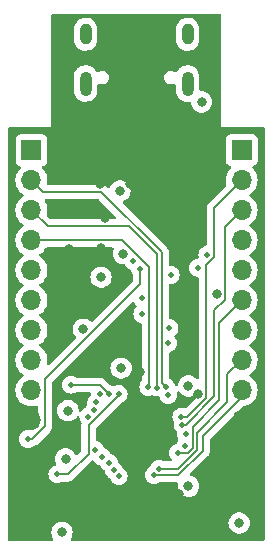
<source format=gbr>
%TF.GenerationSoftware,KiCad,Pcbnew,7.0.2*%
%TF.CreationDate,2023-06-27T14:13:01-07:00*%
%TF.ProjectId,iCEGenius,69434547-656e-4697-9573-2e6b69636164,rev?*%
%TF.SameCoordinates,Original*%
%TF.FileFunction,Copper,L6,Bot*%
%TF.FilePolarity,Positive*%
%FSLAX46Y46*%
G04 Gerber Fmt 4.6, Leading zero omitted, Abs format (unit mm)*
G04 Created by KiCad (PCBNEW 7.0.2) date 2023-06-27 14:13:01*
%MOMM*%
%LPD*%
G01*
G04 APERTURE LIST*
%TA.AperFunction,ComponentPad*%
%ADD10R,1.700000X1.700000*%
%TD*%
%TA.AperFunction,ComponentPad*%
%ADD11O,1.700000X1.700000*%
%TD*%
%TA.AperFunction,ComponentPad*%
%ADD12O,1.000000X2.100000*%
%TD*%
%TA.AperFunction,ComponentPad*%
%ADD13O,1.000000X1.800000*%
%TD*%
%TA.AperFunction,ViaPad*%
%ADD14C,0.800000*%
%TD*%
%TA.AperFunction,ViaPad*%
%ADD15C,0.500000*%
%TD*%
%TA.AperFunction,Conductor*%
%ADD16C,0.200000*%
%TD*%
G04 APERTURE END LIST*
D10*
%TO.P,J3,1,Pin_1*%
%TO.N,+3V3*%
X164915000Y-88530000D03*
D11*
%TO.P,J3,2,Pin_2*%
%TO.N,IOL_2A*%
X164915000Y-91070000D03*
%TO.P,J3,3,Pin_3*%
%TO.N,IOL_2B*%
X164915000Y-93610000D03*
%TO.P,J3,4,Pin_4*%
%TO.N,IOT_52*%
X164915000Y-96150000D03*
%TO.P,J3,5,Pin_5*%
%TO.N,IOT_53*%
X164915000Y-98690000D03*
%TO.P,J3,6,Pin_6*%
%TO.N,IOT_50_GBIN1*%
X164915000Y-101230000D03*
%TO.P,J3,7,Pin_7*%
%TO.N,IOL_4A*%
X164915000Y-103770000D03*
%TO.P,J3,8,Pin_8*%
%TO.N,IOT_47*%
X164915000Y-106310000D03*
%TO.P,J3,9,Pin_9*%
%TO.N,IOT_45*%
X164915000Y-108850000D03*
%TO.P,J3,10,Pin_10*%
%TO.N,GND*%
X164915000Y-111390000D03*
%TD*%
D10*
%TO.P,J2,1,Pin_1*%
%TO.N,+3V3*%
X147115000Y-88550000D03*
D11*
%TO.P,J2,2,Pin_2*%
%TO.N,IOL_4B_GBIN7*%
X147115000Y-91090000D03*
%TO.P,J2,3,Pin_3*%
%TO.N,IOL_5B*%
X147115000Y-93630000D03*
%TO.P,J2,4,Pin_4*%
%TO.N,IOL_5A_GBIN6*%
X147115000Y-96170000D03*
%TO.P,J2,5,Pin_5*%
%TO.N,IOR_34*%
X147115000Y-98710000D03*
%TO.P,J2,6,Pin_6*%
%TO.N,IOR_35_GBIN3*%
X147115000Y-101250000D03*
%TO.P,J2,7,Pin_7*%
%TO.N,IOR_36_GBIN2*%
X147115000Y-103790000D03*
%TO.P,J2,8,Pin_8*%
%TO.N,IOR_38*%
X147115000Y-106330000D03*
%TO.P,J2,9,Pin_9*%
%TO.N,IOR_39*%
X147115000Y-108870000D03*
%TO.P,J2,10,Pin_10*%
%TO.N,GND*%
X147115000Y-111410000D03*
%TD*%
D12*
%TO.P,J1,S1,SHIELD*%
%TO.N,unconnected-(J1-SHIELD-PadS1)*%
X160330000Y-82900000D03*
D13*
X160330000Y-78720000D03*
D12*
X151690000Y-82900000D03*
D13*
X151690000Y-78720000D03*
%TD*%
D14*
%TO.N,+5V*%
X154600000Y-92000000D03*
X154900000Y-97300000D03*
X161520000Y-84455000D03*
%TO.N,GND*%
X163600000Y-119500000D03*
X151900000Y-84900000D03*
X151400000Y-97899999D03*
X151400000Y-99900000D03*
X156500000Y-119900000D03*
X164700000Y-113600000D03*
X153000000Y-96869500D03*
X155800000Y-78800000D03*
X159400000Y-91200000D03*
X152900000Y-91400000D03*
X157800001Y-78800000D03*
X150100000Y-88800000D03*
X158600000Y-95900000D03*
X150300000Y-96900000D03*
X153799999Y-78800000D03*
D15*
X161700000Y-93000000D03*
D14*
X151400000Y-101900001D03*
X153300000Y-94300000D03*
X161200000Y-109200000D03*
X156300000Y-107300000D03*
X153200000Y-106900000D03*
D15*
X149700000Y-112600000D03*
D14*
X156550000Y-118650000D03*
X149700000Y-80500000D03*
X150100000Y-84800000D03*
X150000000Y-102400000D03*
X151900000Y-87400000D03*
X149700000Y-78500000D03*
X160600000Y-88400000D03*
X155431635Y-91368365D03*
X146800000Y-119800000D03*
X162200000Y-79400000D03*
D15*
X152200000Y-115700000D03*
X154800000Y-104900000D03*
D14*
X154800000Y-119100000D03*
X149700000Y-82500000D03*
X159641121Y-117650468D03*
X150100000Y-86800000D03*
X153800000Y-119900000D03*
X156000000Y-112438990D03*
X163000000Y-87300000D03*
X157300000Y-87100000D03*
X159600000Y-84800000D03*
%TO.N,+3V3*%
X160400000Y-108500000D03*
X164700000Y-120100000D03*
X150000000Y-114700000D03*
X154700000Y-107000000D03*
X151500000Y-103700000D03*
X153000000Y-99300000D03*
X160400000Y-117000000D03*
X149700000Y-120900000D03*
X150200000Y-110600000D03*
X162800500Y-100700000D03*
D15*
%TO.N,SS*%
X152397937Y-110576525D03*
X156500000Y-101100000D03*
X155700000Y-97900000D03*
%TO.N,CRESET_B_CTL*%
X146800000Y-113000000D03*
X156300000Y-98600000D03*
%TO.N,IOL_4B_GBIN7*%
X158533627Y-108620571D03*
%TO.N,IOL_5A_GBIN6*%
X157003934Y-108596040D03*
%TO.N,IOT_50_GBIN1*%
X159500000Y-114149500D03*
%TO.N,SDO*%
X158900000Y-99100000D03*
X156500000Y-102400000D03*
X152900497Y-109200000D03*
%TO.N,IOR_36_GBIN2*%
X153700000Y-115000000D03*
%TO.N,IOR_35_GBIN3*%
X153100000Y-114500000D03*
%TO.N,IOL_2A*%
X159800000Y-111100000D03*
%TO.N,IOL_2B*%
X159900000Y-111800000D03*
%TO.N,IOR_34*%
X152500000Y-113900000D03*
%TO.N,IOR_38*%
X154059891Y-115599818D03*
%TO.N,IOR_39*%
X154496826Y-116146070D03*
%TO.N,IOT_45*%
X157480298Y-116059602D03*
%TO.N,IOT_47*%
X157900000Y-115500000D03*
%TO.N,IOT_52*%
X160200000Y-112600000D03*
%TO.N,IOT_53*%
X160100000Y-113600000D03*
%TO.N,IOL_4A*%
X158700000Y-109300000D03*
%TO.N,IOL_5B*%
X157738543Y-108638543D03*
%TO.N,CRESET_B*%
X149300000Y-116000000D03*
X154500000Y-109200000D03*
%TO.N,SCK*%
X161200000Y-98500000D03*
X151928121Y-111094768D03*
X158800000Y-103600000D03*
%TO.N,SDI*%
X152600000Y-109900000D03*
X158700000Y-104900000D03*
X162000000Y-97400000D03*
%TO.N,Net-(D5-A)*%
X153638804Y-109160489D03*
X150450500Y-108400000D03*
%TD*%
D16*
%TO.N,CRESET_B_CTL*%
X148265000Y-111935000D02*
X147200000Y-113000000D01*
X147200000Y-113000000D02*
X146800000Y-113000000D01*
X156300000Y-99889950D02*
X148265000Y-107924950D01*
X156300000Y-98600000D02*
X156300000Y-99889950D01*
X148265000Y-107924950D02*
X148265000Y-111935000D01*
%TO.N,IOL_4B_GBIN7*%
X153043504Y-92100000D02*
X148125000Y-92100000D01*
X158138543Y-97195039D02*
X153043504Y-92100000D01*
X158138543Y-108225487D02*
X158138543Y-97195039D01*
X158533627Y-108620571D02*
X158138543Y-108225487D01*
X148125000Y-92100000D02*
X147115000Y-91090000D01*
%TO.N,IOL_5A_GBIN6*%
X154770000Y-96170000D02*
X147115000Y-96170000D01*
X157050000Y-98450000D02*
X154770000Y-96170000D01*
X157003934Y-108596040D02*
X157050000Y-108549974D01*
X157050000Y-108549974D02*
X157050000Y-98450000D01*
%TO.N,IOT_50_GBIN1*%
X160328318Y-114149500D02*
X159500000Y-114149500D01*
X164915000Y-101230000D02*
X163000000Y-103145000D01*
X163000000Y-109700000D02*
X160750000Y-111950000D01*
X163000000Y-103145000D02*
X163000000Y-109700000D01*
X160750000Y-111950000D02*
X160750000Y-113727818D01*
X160750000Y-113727818D02*
X160328318Y-114149500D01*
%TO.N,IOL_2A*%
X161900000Y-109489950D02*
X161900000Y-98277818D01*
X161900000Y-98277818D02*
X162550000Y-97627818D01*
X160289950Y-111100000D02*
X161900000Y-109489950D01*
X159800000Y-111100000D02*
X160289950Y-111100000D01*
X162550000Y-97627818D02*
X162550000Y-93435000D01*
X162550000Y-93435000D02*
X164915000Y-91070000D01*
%TO.N,IOL_2B*%
X159900000Y-111800000D02*
X160155636Y-111800000D01*
X163500000Y-101200000D02*
X163500000Y-95025000D01*
X162600000Y-109355636D02*
X162600000Y-102100000D01*
X162600000Y-102100000D02*
X163500000Y-101200000D01*
X163500000Y-95025000D02*
X164915000Y-93610000D01*
X160155636Y-111800000D02*
X162600000Y-109355636D01*
%TO.N,IOT_45*%
X159559189Y-116050000D02*
X161600000Y-114009189D01*
X164915000Y-109467843D02*
X164915000Y-108850000D01*
X157480298Y-116059602D02*
X157489900Y-116050000D01*
X157489900Y-116050000D02*
X159559189Y-116050000D01*
X161600000Y-114009189D02*
X161600000Y-112782843D01*
X161600000Y-112782843D02*
X164915000Y-109467843D01*
%TO.N,IOT_47*%
X161150000Y-112450000D02*
X163700000Y-109900000D01*
X157900000Y-115500000D02*
X159543504Y-115500000D01*
X163700000Y-107525000D02*
X164915000Y-106310000D01*
X161150000Y-113893504D02*
X161150000Y-112450000D01*
X163700000Y-109900000D02*
X163700000Y-107525000D01*
X159543504Y-115500000D02*
X161150000Y-113893504D01*
%TO.N,IOL_5B*%
X148485000Y-95000000D02*
X147115000Y-93630000D01*
X157738543Y-108638543D02*
X157738543Y-97360725D01*
X155377818Y-95000000D02*
X148485000Y-95000000D01*
X157738543Y-97360725D02*
X155377818Y-95000000D01*
%TO.N,CRESET_B*%
X150200000Y-116000000D02*
X151950000Y-114250000D01*
X151950000Y-114250000D02*
X151950000Y-111850000D01*
X154500000Y-109300000D02*
X154500000Y-109200000D01*
X151950000Y-111850000D02*
X154500000Y-109300000D01*
X149300000Y-116000000D02*
X150200000Y-116000000D01*
%TO.N,Net-(D5-A)*%
X153638804Y-109160489D02*
X152878315Y-108400000D01*
X152878315Y-108400000D02*
X150450500Y-108400000D01*
%TD*%
%TA.AperFunction,Conductor*%
%TO.N,GND*%
G36*
X154021571Y-96790185D02*
G01*
X154067326Y-96842989D01*
X154077270Y-96912147D01*
X154072463Y-96932818D01*
X154014326Y-97111742D01*
X153994540Y-97300000D01*
X154014326Y-97488257D01*
X154072820Y-97668284D01*
X154167466Y-97832216D01*
X154294129Y-97972889D01*
X154447269Y-98084151D01*
X154620197Y-98161144D01*
X154805352Y-98200500D01*
X154933928Y-98200500D01*
X155000967Y-98220185D01*
X155038918Y-98258524D01*
X155109523Y-98370890D01*
X155229110Y-98490477D01*
X155372310Y-98580456D01*
X155475995Y-98616736D01*
X155532770Y-98657458D01*
X155558259Y-98719893D01*
X155563686Y-98768055D01*
X155563686Y-98768057D01*
X155563687Y-98768059D01*
X155619544Y-98927690D01*
X155680494Y-99024690D01*
X155699500Y-99090662D01*
X155699500Y-99589852D01*
X155679815Y-99656891D01*
X155663181Y-99677533D01*
X152296689Y-103044024D01*
X152235366Y-103077509D01*
X152165674Y-103072525D01*
X152116858Y-103039314D01*
X152105871Y-103027112D01*
X152105870Y-103027111D01*
X152105868Y-103027109D01*
X151952730Y-102915848D01*
X151779802Y-102838855D01*
X151594648Y-102799500D01*
X151594646Y-102799500D01*
X151405354Y-102799500D01*
X151405352Y-102799500D01*
X151220197Y-102838855D01*
X151047269Y-102915848D01*
X150894129Y-103027110D01*
X150767466Y-103167783D01*
X150672820Y-103331715D01*
X150614326Y-103511742D01*
X150594540Y-103700000D01*
X150614326Y-103888257D01*
X150672820Y-104068284D01*
X150767466Y-104232216D01*
X150850308Y-104324221D01*
X150880538Y-104387212D01*
X150871913Y-104456548D01*
X150845839Y-104494874D01*
X148658246Y-106682467D01*
X148596923Y-106715952D01*
X148527231Y-106710968D01*
X148471298Y-106669096D01*
X148446881Y-106603632D01*
X148449497Y-106576248D01*
X148449118Y-106576215D01*
X148470659Y-106329999D01*
X148450063Y-106094592D01*
X148424141Y-105997848D01*
X148388903Y-105866337D01*
X148289035Y-105652171D01*
X148153495Y-105458599D01*
X147986401Y-105291505D01*
X147800839Y-105161573D01*
X147757216Y-105106998D01*
X147750022Y-105037500D01*
X147781545Y-104975145D01*
X147800837Y-104958428D01*
X147986401Y-104828495D01*
X148153495Y-104661401D01*
X148289035Y-104467830D01*
X148388903Y-104253663D01*
X148450063Y-104025408D01*
X148470659Y-103790000D01*
X148450063Y-103554592D01*
X148388903Y-103326337D01*
X148289035Y-103112171D01*
X148153495Y-102918599D01*
X147986401Y-102751505D01*
X147800839Y-102621573D01*
X147757217Y-102566998D01*
X147750024Y-102497499D01*
X147781546Y-102435145D01*
X147800837Y-102418428D01*
X147986401Y-102288495D01*
X148153495Y-102121401D01*
X148289035Y-101927830D01*
X148388903Y-101713663D01*
X148450063Y-101485408D01*
X148470659Y-101250000D01*
X148450063Y-101014592D01*
X148388903Y-100786337D01*
X148289035Y-100572171D01*
X148153495Y-100378599D01*
X147986401Y-100211505D01*
X147800839Y-100081573D01*
X147757216Y-100026998D01*
X147750022Y-99957500D01*
X147781545Y-99895145D01*
X147800837Y-99878428D01*
X147986401Y-99748495D01*
X148153495Y-99581401D01*
X148289035Y-99387830D01*
X148329991Y-99300000D01*
X152094540Y-99300000D01*
X152114326Y-99488257D01*
X152172820Y-99668284D01*
X152267466Y-99832216D01*
X152394129Y-99972889D01*
X152547269Y-100084151D01*
X152720197Y-100161144D01*
X152905352Y-100200500D01*
X152905354Y-100200500D01*
X153094648Y-100200500D01*
X153218084Y-100174262D01*
X153279803Y-100161144D01*
X153452730Y-100084151D01*
X153531395Y-100026998D01*
X153605870Y-99972889D01*
X153732533Y-99832216D01*
X153827179Y-99668284D01*
X153858824Y-99570890D01*
X153885674Y-99488256D01*
X153905460Y-99300000D01*
X153885674Y-99111744D01*
X153839908Y-98970891D01*
X153827179Y-98931715D01*
X153732533Y-98767783D01*
X153605870Y-98627110D01*
X153452730Y-98515848D01*
X153279802Y-98438855D01*
X153094648Y-98399500D01*
X153094646Y-98399500D01*
X152905354Y-98399500D01*
X152905352Y-98399500D01*
X152720197Y-98438855D01*
X152547269Y-98515848D01*
X152394129Y-98627110D01*
X152267466Y-98767783D01*
X152172820Y-98931715D01*
X152114326Y-99111742D01*
X152094540Y-99300000D01*
X148329991Y-99300000D01*
X148388903Y-99173663D01*
X148450063Y-98945408D01*
X148470659Y-98710000D01*
X148450063Y-98474592D01*
X148388903Y-98246337D01*
X148289035Y-98032171D01*
X148153495Y-97838599D01*
X147986401Y-97671505D01*
X147800839Y-97541573D01*
X147757216Y-97486998D01*
X147750022Y-97417500D01*
X147781545Y-97355145D01*
X147800837Y-97338428D01*
X147986401Y-97208495D01*
X148153495Y-97041401D01*
X148289035Y-96847830D01*
X148291709Y-96842094D01*
X148337881Y-96789656D01*
X148404091Y-96770500D01*
X153954532Y-96770500D01*
X154021571Y-96790185D01*
G37*
%TD.AperFunction*%
%TA.AperFunction,Conductor*%
G36*
X152810446Y-92720185D02*
G01*
X152831088Y-92736819D01*
X154282088Y-94187819D01*
X154315573Y-94249142D01*
X154310589Y-94318834D01*
X154268717Y-94374767D01*
X154203253Y-94399184D01*
X154194407Y-94399500D01*
X148785097Y-94399500D01*
X148718058Y-94379815D01*
X148697416Y-94363181D01*
X148447766Y-94113531D01*
X148414281Y-94052208D01*
X148415672Y-93993756D01*
X148421031Y-93973756D01*
X148450063Y-93865408D01*
X148470659Y-93630000D01*
X148464753Y-93562501D01*
X148450063Y-93394592D01*
X148400674Y-93210268D01*
X148388903Y-93166337D01*
X148289035Y-92952171D01*
X148249440Y-92895623D01*
X148227113Y-92829417D01*
X148244123Y-92761650D01*
X148295071Y-92713837D01*
X148351015Y-92700500D01*
X152743407Y-92700500D01*
X152810446Y-92720185D01*
G37*
%TD.AperFunction*%
%TA.AperFunction,Conductor*%
G36*
X163142539Y-77020185D02*
G01*
X163188294Y-77072989D01*
X163199500Y-77124500D01*
X163199500Y-86575467D01*
X163199416Y-86575889D01*
X163199459Y-86600000D01*
X163199501Y-86600101D01*
X163199616Y-86600382D01*
X163199618Y-86600384D01*
X163199808Y-86600462D01*
X163200000Y-86600541D01*
X163200002Y-86600539D01*
X163224616Y-86600524D01*
X163224616Y-86600528D01*
X163224760Y-86600500D01*
X166775500Y-86600500D01*
X166842539Y-86620185D01*
X166888294Y-86672989D01*
X166899500Y-86724500D01*
X166899500Y-121475500D01*
X166879815Y-121542539D01*
X166827011Y-121588294D01*
X166775500Y-121599500D01*
X150550726Y-121599500D01*
X150483687Y-121579815D01*
X150437932Y-121527011D01*
X150427988Y-121457853D01*
X150443339Y-121413500D01*
X150527179Y-121268284D01*
X150585674Y-121088256D01*
X150605460Y-120900000D01*
X150585674Y-120711744D01*
X150527179Y-120531716D01*
X150527179Y-120531715D01*
X150432533Y-120367783D01*
X150305870Y-120227110D01*
X150152730Y-120115848D01*
X150117135Y-120100000D01*
X163794540Y-120100000D01*
X163814326Y-120288257D01*
X163872820Y-120468284D01*
X163967466Y-120632216D01*
X164094129Y-120772889D01*
X164247269Y-120884151D01*
X164420197Y-120961144D01*
X164605352Y-121000500D01*
X164605354Y-121000500D01*
X164794648Y-121000500D01*
X164918083Y-120974262D01*
X164979803Y-120961144D01*
X165152730Y-120884151D01*
X165305871Y-120772888D01*
X165432533Y-120632216D01*
X165527179Y-120468284D01*
X165585674Y-120288256D01*
X165605460Y-120100000D01*
X165585674Y-119911744D01*
X165527179Y-119731716D01*
X165527179Y-119731715D01*
X165432533Y-119567783D01*
X165305870Y-119427110D01*
X165152730Y-119315848D01*
X164979802Y-119238855D01*
X164794648Y-119199500D01*
X164794646Y-119199500D01*
X164605354Y-119199500D01*
X164605352Y-119199500D01*
X164420197Y-119238855D01*
X164247269Y-119315848D01*
X164094129Y-119427110D01*
X163967466Y-119567783D01*
X163872820Y-119731715D01*
X163814326Y-119911742D01*
X163794540Y-120100000D01*
X150117135Y-120100000D01*
X149979802Y-120038855D01*
X149794648Y-119999500D01*
X149794646Y-119999500D01*
X149605354Y-119999500D01*
X149605352Y-119999500D01*
X149420197Y-120038855D01*
X149247269Y-120115848D01*
X149094129Y-120227110D01*
X148967466Y-120367783D01*
X148872820Y-120531715D01*
X148814326Y-120711742D01*
X148794540Y-120900000D01*
X148814326Y-121088257D01*
X148872820Y-121268284D01*
X148956661Y-121413500D01*
X148973134Y-121481400D01*
X148950281Y-121547427D01*
X148895360Y-121590618D01*
X148849274Y-121599500D01*
X145224500Y-121599500D01*
X145157461Y-121579815D01*
X145111706Y-121527011D01*
X145100500Y-121475500D01*
X145100500Y-115999999D01*
X148544750Y-115999999D01*
X148563686Y-116168056D01*
X148563686Y-116168058D01*
X148563687Y-116168059D01*
X148619544Y-116327690D01*
X148709523Y-116470890D01*
X148829110Y-116590477D01*
X148972310Y-116680456D01*
X149131941Y-116736313D01*
X149300000Y-116755249D01*
X149468059Y-116736313D01*
X149627690Y-116680456D01*
X149724691Y-116619505D01*
X149790663Y-116600500D01*
X150152513Y-116600500D01*
X150168697Y-116601560D01*
X150200000Y-116605682D01*
X150356762Y-116585044D01*
X150502841Y-116524536D01*
X150628282Y-116428282D01*
X150647509Y-116403223D01*
X150658190Y-116391043D01*
X152233193Y-114816040D01*
X152294514Y-114782557D01*
X152364206Y-114787541D01*
X152420139Y-114829413D01*
X152425865Y-114837751D01*
X152509522Y-114970889D01*
X152509523Y-114970890D01*
X152629110Y-115090477D01*
X152772310Y-115180456D01*
X152931941Y-115236313D01*
X152931945Y-115236313D01*
X152938966Y-115238770D01*
X152995742Y-115279492D01*
X153015053Y-115314857D01*
X153019542Y-115327687D01*
X153019544Y-115327690D01*
X153109523Y-115470890D01*
X153194226Y-115555593D01*
X153229110Y-115590477D01*
X153258702Y-115609071D01*
X153304993Y-115661405D01*
X153315950Y-115700181D01*
X153323577Y-115767874D01*
X153323577Y-115767876D01*
X153323578Y-115767877D01*
X153379435Y-115927508D01*
X153469414Y-116070708D01*
X153589001Y-116190295D01*
X153629668Y-116215848D01*
X153716569Y-116270452D01*
X153762859Y-116322786D01*
X153767635Y-116334482D01*
X153816370Y-116473760D01*
X153906349Y-116616960D01*
X154025936Y-116736547D01*
X154169136Y-116826526D01*
X154328767Y-116882383D01*
X154496826Y-116901319D01*
X154664885Y-116882383D01*
X154824516Y-116826526D01*
X154967716Y-116736547D01*
X155087303Y-116616960D01*
X155177282Y-116473760D01*
X155233139Y-116314129D01*
X155252075Y-116146070D01*
X155233139Y-115978011D01*
X155177282Y-115818380D01*
X155087303Y-115675180D01*
X154967716Y-115555593D01*
X154840146Y-115475435D01*
X154793857Y-115423102D01*
X154789085Y-115411415D01*
X154740347Y-115272128D01*
X154650368Y-115128928D01*
X154530781Y-115009341D01*
X154530780Y-115009340D01*
X154501186Y-114990744D01*
X154454896Y-114938409D01*
X154443940Y-114899635D01*
X154441138Y-114874767D01*
X154436313Y-114831941D01*
X154380456Y-114672310D01*
X154290477Y-114529110D01*
X154170890Y-114409523D01*
X154027690Y-114319544D01*
X154027687Y-114319542D01*
X153861032Y-114261227D01*
X153804256Y-114220506D01*
X153784945Y-114185140D01*
X153780456Y-114172310D01*
X153690477Y-114029110D01*
X153570890Y-113909523D01*
X153427690Y-113819544D01*
X153300904Y-113775180D01*
X153244130Y-113734459D01*
X153224819Y-113699094D01*
X153180456Y-113572310D01*
X153090477Y-113429110D01*
X152970890Y-113309523D01*
X152827690Y-113219544D01*
X152668059Y-113163687D01*
X152668058Y-113163686D01*
X152668056Y-113163686D01*
X152660616Y-113162848D01*
X152596202Y-113135781D01*
X152556647Y-113078186D01*
X152550500Y-113039628D01*
X152550500Y-112150096D01*
X152570185Y-112083057D01*
X152586819Y-112062415D01*
X153606532Y-111042702D01*
X154717057Y-109932176D01*
X154763780Y-109902818D01*
X154827690Y-109880456D01*
X154970890Y-109790477D01*
X155090477Y-109670890D01*
X155180456Y-109527690D01*
X155236313Y-109368059D01*
X155255249Y-109200000D01*
X155251847Y-109169811D01*
X155238369Y-109050191D01*
X155236313Y-109031941D01*
X155180456Y-108872310D01*
X155090477Y-108729110D01*
X154970890Y-108609523D01*
X154827690Y-108519544D01*
X154668059Y-108463687D01*
X154668058Y-108463686D01*
X154668056Y-108463686D01*
X154500000Y-108444750D01*
X154331943Y-108463686D01*
X154172308Y-108519544D01*
X154166811Y-108522999D01*
X154099574Y-108541997D01*
X154034870Y-108522997D01*
X154021462Y-108514572D01*
X153966494Y-108480033D01*
X153806863Y-108424176D01*
X153806862Y-108424175D01*
X153806860Y-108424175D01*
X153787839Y-108422032D01*
X153723426Y-108394965D01*
X153714043Y-108386493D01*
X153336514Y-108008964D01*
X153325818Y-107996768D01*
X153306596Y-107971716D01*
X153181155Y-107875463D01*
X153035077Y-107814956D01*
X152917676Y-107799500D01*
X152878315Y-107794317D01*
X152850478Y-107797982D01*
X152847012Y-107798439D01*
X152830828Y-107799500D01*
X150941163Y-107799500D01*
X150875191Y-107780494D01*
X150778190Y-107719544D01*
X150618556Y-107663686D01*
X150450499Y-107644750D01*
X150282443Y-107663686D01*
X150122810Y-107719544D01*
X149979608Y-107809524D01*
X149860024Y-107929108D01*
X149770044Y-108072310D01*
X149714186Y-108231943D01*
X149695250Y-108400000D01*
X149714186Y-108568056D01*
X149714186Y-108568058D01*
X149714187Y-108568059D01*
X149770044Y-108727690D01*
X149860023Y-108870890D01*
X149979610Y-108990477D01*
X150122810Y-109080456D01*
X150282441Y-109136313D01*
X150450500Y-109155249D01*
X150618559Y-109136313D01*
X150778190Y-109080456D01*
X150875191Y-109019505D01*
X150941163Y-109000500D01*
X152028970Y-109000500D01*
X152096009Y-109020185D01*
X152141764Y-109072989D01*
X152152190Y-109138384D01*
X152145247Y-109199999D01*
X152148018Y-109224588D01*
X152135964Y-109293410D01*
X152112480Y-109326153D01*
X152009523Y-109429110D01*
X151919544Y-109572310D01*
X151863686Y-109731943D01*
X151844750Y-109900000D01*
X151855111Y-109991957D01*
X151843056Y-110060779D01*
X151819574Y-110093519D01*
X151807461Y-110105631D01*
X151717480Y-110248836D01*
X151687552Y-110334364D01*
X151646830Y-110391139D01*
X151611470Y-110410448D01*
X151600431Y-110414310D01*
X151457230Y-110504291D01*
X151337644Y-110623877D01*
X151331705Y-110633330D01*
X151279370Y-110679621D01*
X151210317Y-110690268D01*
X151146469Y-110661893D01*
X151108097Y-110603503D01*
X151103391Y-110580318D01*
X151085674Y-110411744D01*
X151032742Y-110248836D01*
X151027179Y-110231715D01*
X150932533Y-110067783D01*
X150805870Y-109927110D01*
X150652730Y-109815848D01*
X150479802Y-109738855D01*
X150294648Y-109699500D01*
X150294646Y-109699500D01*
X150105354Y-109699500D01*
X150105352Y-109699500D01*
X149920197Y-109738855D01*
X149747269Y-109815848D01*
X149594129Y-109927110D01*
X149467466Y-110067783D01*
X149372820Y-110231715D01*
X149314326Y-110411742D01*
X149294540Y-110599999D01*
X149314326Y-110788257D01*
X149372820Y-110968284D01*
X149467466Y-111132216D01*
X149594129Y-111272889D01*
X149747269Y-111384151D01*
X149920197Y-111461144D01*
X150105352Y-111500500D01*
X150105354Y-111500500D01*
X150294648Y-111500500D01*
X150418083Y-111474262D01*
X150479803Y-111461144D01*
X150652730Y-111384151D01*
X150805871Y-111272888D01*
X150932533Y-111132216D01*
X150948742Y-111104140D01*
X150999308Y-111055926D01*
X151067914Y-111042702D01*
X151132779Y-111068669D01*
X151173309Y-111125583D01*
X151179349Y-111152257D01*
X151191807Y-111262824D01*
X151191807Y-111262826D01*
X151191808Y-111262827D01*
X151247665Y-111422458D01*
X151337644Y-111565658D01*
X151337645Y-111565659D01*
X151345078Y-111577488D01*
X151343708Y-111578348D01*
X151369222Y-111625074D01*
X151365519Y-111676846D01*
X151367087Y-111677053D01*
X151344317Y-111849999D01*
X151348439Y-111881301D01*
X151349500Y-111897487D01*
X151349500Y-113949902D01*
X151329815Y-114016941D01*
X151313181Y-114037583D01*
X151011676Y-114339087D01*
X150950353Y-114372572D01*
X150880661Y-114367588D01*
X150824728Y-114325716D01*
X150816608Y-114313406D01*
X150732533Y-114167783D01*
X150605870Y-114027110D01*
X150452730Y-113915848D01*
X150279802Y-113838855D01*
X150094648Y-113799500D01*
X150094646Y-113799500D01*
X149905354Y-113799500D01*
X149905352Y-113799500D01*
X149720197Y-113838855D01*
X149547269Y-113915848D01*
X149394129Y-114027110D01*
X149267466Y-114167783D01*
X149172820Y-114331715D01*
X149114326Y-114511742D01*
X149094540Y-114700000D01*
X149114326Y-114888257D01*
X149172821Y-115068286D01*
X149184974Y-115089336D01*
X149201445Y-115157236D01*
X149178592Y-115223263D01*
X149123670Y-115266452D01*
X149118541Y-115268375D01*
X148972312Y-115319542D01*
X148829108Y-115409524D01*
X148709524Y-115529108D01*
X148619544Y-115672310D01*
X148563686Y-115831943D01*
X148544750Y-115999999D01*
X145100500Y-115999999D01*
X145100500Y-108870000D01*
X145759340Y-108870000D01*
X145779936Y-109105407D01*
X145811871Y-109224588D01*
X145841097Y-109333663D01*
X145940965Y-109547830D01*
X146076505Y-109741401D01*
X146243599Y-109908495D01*
X146437170Y-110044035D01*
X146651337Y-110143903D01*
X146873960Y-110203554D01*
X146879592Y-110205063D01*
X147114999Y-110225659D01*
X147114999Y-110225658D01*
X147115000Y-110225659D01*
X147350408Y-110205063D01*
X147502200Y-110164391D01*
X147508407Y-110162728D01*
X147578257Y-110164391D01*
X147636119Y-110203554D01*
X147663623Y-110267782D01*
X147664500Y-110282503D01*
X147664500Y-111634902D01*
X147644815Y-111701941D01*
X147628181Y-111722583D01*
X147111319Y-112239444D01*
X147049996Y-112272929D01*
X146982683Y-112268804D01*
X146968058Y-112263686D01*
X146800000Y-112244750D01*
X146631943Y-112263686D01*
X146472310Y-112319544D01*
X146329108Y-112409524D01*
X146209524Y-112529108D01*
X146119544Y-112672310D01*
X146063686Y-112831943D01*
X146044750Y-112999999D01*
X146063686Y-113168056D01*
X146063686Y-113168058D01*
X146063687Y-113168059D01*
X146119544Y-113327690D01*
X146209523Y-113470890D01*
X146329110Y-113590477D01*
X146472310Y-113680456D01*
X146631941Y-113736313D01*
X146800000Y-113755249D01*
X146968059Y-113736313D01*
X147127690Y-113680456D01*
X147236138Y-113612312D01*
X147285916Y-113594370D01*
X147356762Y-113585044D01*
X147502841Y-113524536D01*
X147521671Y-113510086D01*
X147536121Y-113499000D01*
X147576134Y-113468295D01*
X147628282Y-113428282D01*
X147647509Y-113403223D01*
X147658190Y-113391043D01*
X148656044Y-112393190D01*
X148668234Y-112382501D01*
X148693282Y-112363282D01*
X148726844Y-112319544D01*
X148789536Y-112237841D01*
X148850044Y-112091762D01*
X148870682Y-111935000D01*
X148866561Y-111903696D01*
X148865500Y-111887511D01*
X148865500Y-108225046D01*
X148885185Y-108158007D01*
X148901814Y-108137370D01*
X150039185Y-106999999D01*
X153794540Y-106999999D01*
X153814326Y-107188257D01*
X153872820Y-107368284D01*
X153967466Y-107532216D01*
X154094129Y-107672889D01*
X154247269Y-107784151D01*
X154420197Y-107861144D01*
X154605352Y-107900500D01*
X154605354Y-107900500D01*
X154794648Y-107900500D01*
X154918084Y-107874262D01*
X154979803Y-107861144D01*
X155152730Y-107784151D01*
X155246740Y-107715849D01*
X155305870Y-107672889D01*
X155314157Y-107663686D01*
X155432533Y-107532216D01*
X155527179Y-107368284D01*
X155585674Y-107188256D01*
X155605460Y-107000000D01*
X155585674Y-106811744D01*
X155527179Y-106631716D01*
X155527179Y-106631715D01*
X155432533Y-106467783D01*
X155305870Y-106327110D01*
X155152730Y-106215848D01*
X154979802Y-106138855D01*
X154794648Y-106099500D01*
X154794646Y-106099500D01*
X154605354Y-106099500D01*
X154605352Y-106099500D01*
X154420197Y-106138855D01*
X154247269Y-106215848D01*
X154094129Y-106327110D01*
X153967466Y-106467783D01*
X153872820Y-106631715D01*
X153814326Y-106811742D01*
X153794540Y-106999999D01*
X150039185Y-106999999D01*
X155629315Y-101409868D01*
X155690636Y-101376385D01*
X155760328Y-101381369D01*
X155816261Y-101423241D01*
X155821983Y-101431572D01*
X155855810Y-101485407D01*
X155909524Y-101570891D01*
X156000952Y-101662319D01*
X156034437Y-101723642D01*
X156029453Y-101793334D01*
X156000952Y-101837681D01*
X155909524Y-101929108D01*
X155819544Y-102072310D01*
X155763686Y-102231943D01*
X155744750Y-102400000D01*
X155763686Y-102568056D01*
X155763686Y-102568058D01*
X155763687Y-102568059D01*
X155819544Y-102727690D01*
X155909523Y-102870890D01*
X156029110Y-102990477D01*
X156172310Y-103080456D01*
X156331941Y-103136313D01*
X156339382Y-103137151D01*
X156403794Y-103164214D01*
X156443351Y-103221808D01*
X156449500Y-103260371D01*
X156449500Y-108037744D01*
X156429815Y-108104783D01*
X156413644Y-108124851D01*
X156323478Y-108268349D01*
X156267620Y-108427983D01*
X156248684Y-108596039D01*
X156267620Y-108764096D01*
X156267620Y-108764098D01*
X156267621Y-108764099D01*
X156323478Y-108923730D01*
X156413457Y-109066930D01*
X156533044Y-109186517D01*
X156676244Y-109276496D01*
X156835875Y-109332353D01*
X157003934Y-109351289D01*
X157171993Y-109332353D01*
X157282703Y-109293613D01*
X157352480Y-109290053D01*
X157389628Y-109305662D01*
X157410853Y-109318999D01*
X157570484Y-109374856D01*
X157645204Y-109383275D01*
X157738542Y-109393792D01*
X157738542Y-109393791D01*
X157738543Y-109393792D01*
X157831880Y-109383275D01*
X157900701Y-109395329D01*
X157952081Y-109442677D01*
X157962806Y-109465540D01*
X157963686Y-109468057D01*
X157963687Y-109468059D01*
X158019544Y-109627690D01*
X158109523Y-109770890D01*
X158229110Y-109890477D01*
X158372310Y-109980456D01*
X158531941Y-110036313D01*
X158700000Y-110055249D01*
X158868059Y-110036313D01*
X159027690Y-109980456D01*
X159170890Y-109890477D01*
X159290477Y-109770890D01*
X159380456Y-109627690D01*
X159436313Y-109468059D01*
X159455249Y-109300000D01*
X159454529Y-109293614D01*
X159446752Y-109224588D01*
X159436313Y-109131941D01*
X159428834Y-109110569D01*
X159425272Y-109040794D01*
X159460000Y-108980166D01*
X159521993Y-108947938D01*
X159591569Y-108954342D01*
X159646637Y-108997344D01*
X159653262Y-109007615D01*
X159667464Y-109032214D01*
X159794129Y-109172889D01*
X159947269Y-109284151D01*
X160120197Y-109361144D01*
X160305352Y-109400500D01*
X160305354Y-109400500D01*
X160494648Y-109400500D01*
X160647284Y-109368056D01*
X160679803Y-109361144D01*
X160852730Y-109284151D01*
X161005871Y-109172888D01*
X161083352Y-109086836D01*
X161142835Y-109050191D01*
X161212692Y-109051520D01*
X161270740Y-109090407D01*
X161298550Y-109154503D01*
X161299499Y-109169811D01*
X161299499Y-109189852D01*
X161279814Y-109256891D01*
X161263180Y-109277533D01*
X160177953Y-110362760D01*
X160116630Y-110396245D01*
X160049319Y-110392121D01*
X159968059Y-110363687D01*
X159968055Y-110363686D01*
X159968054Y-110363686D01*
X159800000Y-110344750D01*
X159631943Y-110363686D01*
X159472310Y-110419544D01*
X159329108Y-110509524D01*
X159209524Y-110629108D01*
X159119544Y-110772310D01*
X159063686Y-110931943D01*
X159044750Y-111099999D01*
X159063686Y-111268056D01*
X159063686Y-111268058D01*
X159063687Y-111268059D01*
X159117713Y-111422458D01*
X159119545Y-111427692D01*
X159162032Y-111495311D01*
X159181032Y-111562548D01*
X159174081Y-111602233D01*
X159163686Y-111631941D01*
X159144750Y-111800000D01*
X159163686Y-111968056D01*
X159163686Y-111968058D01*
X159163687Y-111968059D01*
X159219544Y-112127690D01*
X159309523Y-112270890D01*
X159309524Y-112270891D01*
X159422159Y-112383526D01*
X159455644Y-112444849D01*
X159457698Y-112485091D01*
X159444750Y-112600000D01*
X159463686Y-112768056D01*
X159463686Y-112768058D01*
X159463687Y-112768059D01*
X159519544Y-112927690D01*
X159540790Y-112961503D01*
X159559789Y-113028740D01*
X159539420Y-113095575D01*
X159523478Y-113115153D01*
X159509524Y-113129106D01*
X159419542Y-113272312D01*
X159395316Y-113341548D01*
X159354595Y-113398324D01*
X159319231Y-113417634D01*
X159172310Y-113469044D01*
X159172308Y-113469044D01*
X159172308Y-113469045D01*
X159029108Y-113559024D01*
X158909524Y-113678608D01*
X158819544Y-113821810D01*
X158763686Y-113981443D01*
X158744750Y-114149500D01*
X158763686Y-114317556D01*
X158763686Y-114317558D01*
X158763687Y-114317559D01*
X158819544Y-114477190D01*
X158852168Y-114529110D01*
X158909524Y-114620391D01*
X158976952Y-114687819D01*
X159010437Y-114749142D01*
X159005453Y-114818834D01*
X158963581Y-114874767D01*
X158898117Y-114899184D01*
X158889271Y-114899500D01*
X158390663Y-114899500D01*
X158324691Y-114880494D01*
X158227690Y-114819544D01*
X158068056Y-114763686D01*
X157900000Y-114744750D01*
X157731943Y-114763686D01*
X157572310Y-114819544D01*
X157429108Y-114909524D01*
X157309524Y-115029108D01*
X157219542Y-115172312D01*
X157159965Y-115342573D01*
X157119243Y-115399349D01*
X157108897Y-115406611D01*
X157009407Y-115469125D01*
X156889822Y-115588710D01*
X156799842Y-115731912D01*
X156743984Y-115891545D01*
X156725048Y-116059601D01*
X156743984Y-116227658D01*
X156743984Y-116227660D01*
X156743985Y-116227661D01*
X156799842Y-116387292D01*
X156889821Y-116530492D01*
X157009408Y-116650079D01*
X157152608Y-116740058D01*
X157312239Y-116795915D01*
X157424278Y-116808539D01*
X157480297Y-116814851D01*
X157480297Y-116814850D01*
X157480298Y-116814851D01*
X157648357Y-116795915D01*
X157807988Y-116740058D01*
X157920270Y-116669505D01*
X157986242Y-116650500D01*
X159396046Y-116650500D01*
X159463085Y-116670185D01*
X159508840Y-116722989D01*
X159518784Y-116792147D01*
X159514408Y-116810960D01*
X159494540Y-116999999D01*
X159514326Y-117188257D01*
X159572820Y-117368284D01*
X159667466Y-117532216D01*
X159794129Y-117672889D01*
X159947269Y-117784151D01*
X160120197Y-117861144D01*
X160305352Y-117900500D01*
X160305354Y-117900500D01*
X160494648Y-117900500D01*
X160618083Y-117874262D01*
X160679803Y-117861144D01*
X160852730Y-117784151D01*
X161005871Y-117672888D01*
X161132533Y-117532216D01*
X161227179Y-117368284D01*
X161285674Y-117188256D01*
X161305460Y-117000000D01*
X161285674Y-116811744D01*
X161243015Y-116680455D01*
X161227179Y-116631715D01*
X161132533Y-116467783D01*
X161005870Y-116327110D01*
X160852730Y-116215848D01*
X160679802Y-116138855D01*
X160606104Y-116123190D01*
X160544622Y-116089997D01*
X160510846Y-116028834D01*
X160515498Y-115959120D01*
X160544202Y-115914221D01*
X161991043Y-114467379D01*
X162003223Y-114456698D01*
X162028282Y-114437471D01*
X162124536Y-114312030D01*
X162185044Y-114165951D01*
X162197932Y-114068059D01*
X162205682Y-114009189D01*
X162201561Y-113977885D01*
X162200500Y-113961700D01*
X162200500Y-113082939D01*
X162220185Y-113015900D01*
X162236819Y-112995258D01*
X163609740Y-111622337D01*
X165005189Y-110226887D01*
X165066510Y-110193404D01*
X165082054Y-110191043D01*
X165150408Y-110185063D01*
X165378663Y-110123903D01*
X165592830Y-110024035D01*
X165786401Y-109888495D01*
X165953495Y-109721401D01*
X166089035Y-109527830D01*
X166188903Y-109313663D01*
X166250063Y-109085408D01*
X166270659Y-108850000D01*
X166250063Y-108614592D01*
X166188903Y-108386337D01*
X166089035Y-108172171D01*
X165953495Y-107978599D01*
X165786401Y-107811505D01*
X165600839Y-107681573D01*
X165557215Y-107626997D01*
X165550023Y-107557498D01*
X165581545Y-107495144D01*
X165600831Y-107478432D01*
X165786401Y-107348495D01*
X165953495Y-107181401D01*
X166089035Y-106987830D01*
X166188903Y-106773663D01*
X166250063Y-106545408D01*
X166270659Y-106310000D01*
X166255685Y-106138856D01*
X166250063Y-106074592D01*
X166229500Y-105997848D01*
X166188903Y-105846337D01*
X166089035Y-105632171D01*
X165953495Y-105438599D01*
X165786401Y-105271505D01*
X165600839Y-105141573D01*
X165557216Y-105086998D01*
X165550022Y-105017500D01*
X165581545Y-104955145D01*
X165600837Y-104938428D01*
X165786401Y-104808495D01*
X165953495Y-104641401D01*
X166089035Y-104447830D01*
X166188903Y-104233663D01*
X166250063Y-104005408D01*
X166270659Y-103770000D01*
X166250063Y-103534592D01*
X166188903Y-103306337D01*
X166089035Y-103092171D01*
X165953495Y-102898599D01*
X165786401Y-102731505D01*
X165600839Y-102601573D01*
X165557215Y-102546997D01*
X165550023Y-102477498D01*
X165581545Y-102415144D01*
X165600831Y-102398432D01*
X165786401Y-102268495D01*
X165953495Y-102101401D01*
X166089035Y-101907830D01*
X166188903Y-101693663D01*
X166250063Y-101465408D01*
X166270659Y-101230000D01*
X166250063Y-100994592D01*
X166188903Y-100766337D01*
X166089035Y-100552171D01*
X165953495Y-100358599D01*
X165786401Y-100191505D01*
X165600839Y-100061573D01*
X165557217Y-100006998D01*
X165550024Y-99937499D01*
X165581546Y-99875145D01*
X165600837Y-99858428D01*
X165786401Y-99728495D01*
X165953495Y-99561401D01*
X166089035Y-99367830D01*
X166188903Y-99153663D01*
X166250063Y-98925408D01*
X166270659Y-98690000D01*
X166250063Y-98454592D01*
X166188903Y-98226337D01*
X166089035Y-98012171D01*
X165953495Y-97818599D01*
X165786401Y-97651505D01*
X165600839Y-97521573D01*
X165557215Y-97466997D01*
X165550023Y-97397498D01*
X165581545Y-97335144D01*
X165600831Y-97318432D01*
X165786401Y-97188495D01*
X165953495Y-97021401D01*
X166089035Y-96827830D01*
X166188903Y-96613663D01*
X166250063Y-96385408D01*
X166270659Y-96150000D01*
X166250063Y-95914592D01*
X166188903Y-95686337D01*
X166089035Y-95472171D01*
X165953495Y-95278599D01*
X165786401Y-95111505D01*
X165600839Y-94981573D01*
X165557216Y-94926998D01*
X165550022Y-94857500D01*
X165581545Y-94795145D01*
X165600837Y-94778428D01*
X165786401Y-94648495D01*
X165953495Y-94481401D01*
X166089035Y-94287830D01*
X166188903Y-94073663D01*
X166250063Y-93845408D01*
X166270659Y-93610000D01*
X166250063Y-93374592D01*
X166188903Y-93146337D01*
X166089035Y-92932171D01*
X165953495Y-92738599D01*
X165786401Y-92571505D01*
X165600839Y-92441573D01*
X165557215Y-92386997D01*
X165550023Y-92317498D01*
X165581545Y-92255144D01*
X165600831Y-92238432D01*
X165786401Y-92108495D01*
X165953495Y-91941401D01*
X166089035Y-91747830D01*
X166188903Y-91533663D01*
X166250063Y-91305408D01*
X166270659Y-91070000D01*
X166250063Y-90834592D01*
X166188903Y-90606337D01*
X166089035Y-90392171D01*
X165953495Y-90198599D01*
X165831568Y-90076673D01*
X165798084Y-90015350D01*
X165803068Y-89945658D01*
X165844940Y-89889725D01*
X165875915Y-89872810D01*
X166007331Y-89823796D01*
X166122546Y-89737546D01*
X166208796Y-89622331D01*
X166259091Y-89487483D01*
X166265500Y-89427873D01*
X166265499Y-87632128D01*
X166259091Y-87572517D01*
X166208796Y-87437669D01*
X166122546Y-87322454D01*
X166007331Y-87236204D01*
X165872483Y-87185909D01*
X165812873Y-87179500D01*
X165809550Y-87179500D01*
X164020439Y-87179500D01*
X164020420Y-87179500D01*
X164017128Y-87179501D01*
X164013848Y-87179853D01*
X164013840Y-87179854D01*
X163957515Y-87185909D01*
X163822669Y-87236204D01*
X163707454Y-87322454D01*
X163621204Y-87437668D01*
X163570910Y-87572515D01*
X163570909Y-87572517D01*
X163564500Y-87632127D01*
X163564500Y-87635448D01*
X163564500Y-87635449D01*
X163564500Y-89424560D01*
X163564500Y-89424578D01*
X163564501Y-89427872D01*
X163564853Y-89431152D01*
X163564854Y-89431159D01*
X163570909Y-89487484D01*
X163578369Y-89507484D01*
X163621204Y-89622331D01*
X163707454Y-89737546D01*
X163822669Y-89823796D01*
X163934907Y-89865658D01*
X163954082Y-89872810D01*
X164010016Y-89914681D01*
X164034433Y-89980146D01*
X164019581Y-90048419D01*
X163998431Y-90076673D01*
X163876503Y-90198601D01*
X163740965Y-90392170D01*
X163641097Y-90606336D01*
X163579936Y-90834592D01*
X163559340Y-91069999D01*
X163579936Y-91305406D01*
X163614327Y-91433756D01*
X163612664Y-91503606D01*
X163582233Y-91553530D01*
X162158965Y-92976798D01*
X162146774Y-92987490D01*
X162121720Y-93006715D01*
X162121717Y-93006718D01*
X162121718Y-93006718D01*
X162061294Y-93085464D01*
X162045737Y-93105738D01*
X162025463Y-93132159D01*
X161964956Y-93278237D01*
X161944317Y-93434999D01*
X161948439Y-93466301D01*
X161949500Y-93482487D01*
X161949500Y-96539628D01*
X161929815Y-96606667D01*
X161877011Y-96652422D01*
X161839384Y-96662848D01*
X161831943Y-96663686D01*
X161672310Y-96719544D01*
X161529108Y-96809524D01*
X161409524Y-96929108D01*
X161319544Y-97072310D01*
X161263686Y-97231943D01*
X161244750Y-97400000D01*
X161263686Y-97568056D01*
X161269398Y-97584380D01*
X161272959Y-97654159D01*
X161238230Y-97714786D01*
X161176236Y-97747013D01*
X161166240Y-97748554D01*
X161031943Y-97763686D01*
X160872310Y-97819544D01*
X160729108Y-97909524D01*
X160609524Y-98029108D01*
X160519544Y-98172310D01*
X160463686Y-98331943D01*
X160444750Y-98500000D01*
X160463686Y-98668056D01*
X160463686Y-98668058D01*
X160463687Y-98668059D01*
X160519544Y-98827690D01*
X160609523Y-98970890D01*
X160729110Y-99090477D01*
X160872310Y-99180456D01*
X161031941Y-99236313D01*
X161125277Y-99246829D01*
X161189384Y-99254053D01*
X161253798Y-99281120D01*
X161293353Y-99338715D01*
X161299500Y-99377273D01*
X161299500Y-107830188D01*
X161279815Y-107897227D01*
X161227011Y-107942982D01*
X161157853Y-107952926D01*
X161094297Y-107923901D01*
X161083350Y-107913161D01*
X161069003Y-107897227D01*
X161005871Y-107827112D01*
X160981418Y-107809346D01*
X160852730Y-107715848D01*
X160679802Y-107638855D01*
X160494648Y-107599500D01*
X160494646Y-107599500D01*
X160305354Y-107599500D01*
X160305352Y-107599500D01*
X160120197Y-107638855D01*
X159947269Y-107715848D01*
X159794129Y-107827110D01*
X159667466Y-107967783D01*
X159572820Y-108131715D01*
X159514326Y-108311742D01*
X159514325Y-108311744D01*
X159514326Y-108311744D01*
X159504385Y-108406337D01*
X159504282Y-108407313D01*
X159477697Y-108471927D01*
X159420400Y-108511912D01*
X159350581Y-108514572D01*
X159290407Y-108479063D01*
X159263919Y-108435306D01*
X159261356Y-108427981D01*
X159214083Y-108292881D01*
X159124104Y-108149681D01*
X159004517Y-108030094D01*
X158861317Y-107940115D01*
X158861316Y-107940114D01*
X158861315Y-107940114D01*
X158822087Y-107926387D01*
X158765311Y-107885664D01*
X158739565Y-107820711D01*
X158739043Y-107809346D01*
X158739043Y-105761662D01*
X158758728Y-105694623D01*
X158811532Y-105648868D01*
X158849155Y-105638442D01*
X158868059Y-105636313D01*
X159027690Y-105580456D01*
X159170890Y-105490477D01*
X159290477Y-105370890D01*
X159380456Y-105227690D01*
X159436313Y-105068059D01*
X159455249Y-104900000D01*
X159436313Y-104731941D01*
X159380456Y-104572310D01*
X159290477Y-104429110D01*
X159246317Y-104384950D01*
X159212832Y-104323627D01*
X159217816Y-104253935D01*
X159259688Y-104198002D01*
X159267994Y-104192296D01*
X159270890Y-104190477D01*
X159390477Y-104070890D01*
X159480456Y-103927690D01*
X159536313Y-103768059D01*
X159555249Y-103600000D01*
X159536313Y-103431941D01*
X159480456Y-103272310D01*
X159390477Y-103129110D01*
X159270890Y-103009523D01*
X159127690Y-102919544D01*
X158968059Y-102863687D01*
X158968058Y-102863686D01*
X158968056Y-102863686D01*
X158849159Y-102850289D01*
X158784745Y-102823222D01*
X158745190Y-102765627D01*
X158739043Y-102727069D01*
X158739043Y-99975869D01*
X158758728Y-99908830D01*
X158811532Y-99863075D01*
X158876927Y-99852649D01*
X158900000Y-99855249D01*
X158900001Y-99855248D01*
X158900002Y-99855249D01*
X158967223Y-99847674D01*
X159068059Y-99836313D01*
X159227690Y-99780456D01*
X159370890Y-99690477D01*
X159490477Y-99570890D01*
X159580456Y-99427690D01*
X159636313Y-99268059D01*
X159655249Y-99100000D01*
X159636313Y-98931941D01*
X159580456Y-98772310D01*
X159490477Y-98629110D01*
X159370890Y-98509523D01*
X159227690Y-98419544D01*
X159068059Y-98363687D01*
X159068058Y-98363686D01*
X159068056Y-98363686D01*
X158899999Y-98344750D01*
X158876926Y-98347350D01*
X158808105Y-98335295D01*
X158756725Y-98287946D01*
X158739043Y-98224130D01*
X158739043Y-97242526D01*
X158740104Y-97226340D01*
X158742453Y-97208495D01*
X158744225Y-97195039D01*
X158743363Y-97188495D01*
X158733259Y-97111744D01*
X158723587Y-97038277D01*
X158663079Y-96892198D01*
X158629032Y-96847827D01*
X158590993Y-96798253D01*
X158566825Y-96766757D01*
X158541772Y-96747533D01*
X158529578Y-96736839D01*
X154851058Y-93058319D01*
X154817573Y-92996996D01*
X154822557Y-92927304D01*
X154864429Y-92871371D01*
X154888296Y-92857362D01*
X155052730Y-92784151D01*
X155052730Y-92784150D01*
X155052732Y-92784150D01*
X155205870Y-92672889D01*
X155332533Y-92532216D01*
X155427179Y-92368284D01*
X155445141Y-92313002D01*
X155485674Y-92188256D01*
X155505460Y-92000000D01*
X155485674Y-91811744D01*
X155427179Y-91631716D01*
X155427179Y-91631715D01*
X155332533Y-91467783D01*
X155205870Y-91327110D01*
X155052730Y-91215848D01*
X154879802Y-91138855D01*
X154694648Y-91099500D01*
X154694646Y-91099500D01*
X154505354Y-91099500D01*
X154505352Y-91099500D01*
X154320197Y-91138855D01*
X154147269Y-91215848D01*
X153994129Y-91327110D01*
X153867466Y-91467783D01*
X153772821Y-91631714D01*
X153749917Y-91702204D01*
X153710478Y-91759879D01*
X153646120Y-91787077D01*
X153577273Y-91775162D01*
X153544305Y-91751566D01*
X153501703Y-91708964D01*
X153491007Y-91696768D01*
X153471785Y-91671716D01*
X153346344Y-91575463D01*
X153200266Y-91514956D01*
X153082865Y-91499500D01*
X153043504Y-91494317D01*
X153015667Y-91497982D01*
X153012201Y-91498439D01*
X152996017Y-91499500D01*
X148565015Y-91499500D01*
X148497976Y-91479815D01*
X148452221Y-91427011D01*
X148442277Y-91357853D01*
X148445241Y-91343405D01*
X148450063Y-91325408D01*
X148459648Y-91215848D01*
X148470659Y-91090000D01*
X148450063Y-90854592D01*
X148388903Y-90626337D01*
X148289035Y-90412171D01*
X148153495Y-90218599D01*
X148031569Y-90096673D01*
X147998084Y-90035350D01*
X148003068Y-89965658D01*
X148044940Y-89909725D01*
X148075915Y-89892810D01*
X148207331Y-89843796D01*
X148322546Y-89757546D01*
X148408796Y-89642331D01*
X148459091Y-89507483D01*
X148465500Y-89447873D01*
X148465499Y-87652128D01*
X148459091Y-87592517D01*
X148408796Y-87457669D01*
X148322546Y-87342454D01*
X148207331Y-87256204D01*
X148072483Y-87205909D01*
X148012873Y-87199500D01*
X148009550Y-87199500D01*
X146220439Y-87199500D01*
X146220420Y-87199500D01*
X146217128Y-87199501D01*
X146213848Y-87199853D01*
X146213840Y-87199854D01*
X146157515Y-87205909D01*
X146022669Y-87256204D01*
X145907454Y-87342454D01*
X145821204Y-87457668D01*
X145770910Y-87592515D01*
X145770909Y-87592517D01*
X145764500Y-87652127D01*
X145764500Y-87655448D01*
X145764500Y-87655449D01*
X145764500Y-89444560D01*
X145764500Y-89444578D01*
X145764501Y-89447872D01*
X145770909Y-89507483D01*
X145821204Y-89642331D01*
X145907454Y-89757546D01*
X146022669Y-89843796D01*
X146121075Y-89880499D01*
X146154082Y-89892810D01*
X146210016Y-89934681D01*
X146234433Y-90000146D01*
X146219581Y-90068419D01*
X146198431Y-90096673D01*
X146076503Y-90218601D01*
X145940965Y-90412170D01*
X145841097Y-90626336D01*
X145779936Y-90854592D01*
X145759340Y-91090000D01*
X145779936Y-91325407D01*
X145807161Y-91427011D01*
X145841097Y-91553663D01*
X145940965Y-91767830D01*
X146076505Y-91961401D01*
X146243599Y-92128495D01*
X146429160Y-92258426D01*
X146472783Y-92313002D01*
X146479976Y-92382501D01*
X146448454Y-92444855D01*
X146429159Y-92461575D01*
X146243595Y-92591508D01*
X146076505Y-92758598D01*
X145940965Y-92952170D01*
X145841097Y-93166336D01*
X145779936Y-93394592D01*
X145759340Y-93629999D01*
X145779936Y-93865407D01*
X145808968Y-93973756D01*
X145841097Y-94093663D01*
X145940965Y-94307830D01*
X146076505Y-94501401D01*
X146243599Y-94668495D01*
X146429160Y-94798426D01*
X146472783Y-94853002D01*
X146479976Y-94922501D01*
X146448454Y-94984855D01*
X146429159Y-95001575D01*
X146243595Y-95131508D01*
X146076505Y-95298598D01*
X145940965Y-95492170D01*
X145841097Y-95706336D01*
X145779936Y-95934592D01*
X145759340Y-96170000D01*
X145779936Y-96405407D01*
X145815901Y-96539628D01*
X145841097Y-96633663D01*
X145940965Y-96847830D01*
X146076505Y-97041401D01*
X146243599Y-97208495D01*
X146429160Y-97338426D01*
X146472783Y-97393002D01*
X146479976Y-97462501D01*
X146448454Y-97524855D01*
X146429159Y-97541575D01*
X146243595Y-97671508D01*
X146076505Y-97838598D01*
X145940965Y-98032170D01*
X145841097Y-98246336D01*
X145779936Y-98474592D01*
X145759340Y-98709999D01*
X145779936Y-98945407D01*
X145801180Y-99024690D01*
X145841097Y-99173663D01*
X145940965Y-99387830D01*
X146076505Y-99581401D01*
X146243599Y-99748495D01*
X146429160Y-99878426D01*
X146472783Y-99933002D01*
X146479976Y-100002501D01*
X146448454Y-100064855D01*
X146429159Y-100081575D01*
X146243595Y-100211508D01*
X146076505Y-100378598D01*
X145940965Y-100572170D01*
X145841097Y-100786336D01*
X145779936Y-101014592D01*
X145759340Y-101249999D01*
X145779936Y-101485407D01*
X145824709Y-101652502D01*
X145841097Y-101713663D01*
X145940965Y-101927830D01*
X146076505Y-102121401D01*
X146243599Y-102288495D01*
X146429160Y-102418426D01*
X146472783Y-102473002D01*
X146479976Y-102542501D01*
X146448454Y-102604855D01*
X146429158Y-102621575D01*
X146277611Y-102727690D01*
X146243595Y-102751508D01*
X146076505Y-102918598D01*
X145940965Y-103112170D01*
X145841097Y-103326336D01*
X145779936Y-103554592D01*
X145759340Y-103790000D01*
X145779936Y-104025407D01*
X145795141Y-104082151D01*
X145841097Y-104253663D01*
X145940965Y-104467830D01*
X146076505Y-104661401D01*
X146243599Y-104828495D01*
X146429160Y-104958426D01*
X146472783Y-105013002D01*
X146479976Y-105082501D01*
X146448454Y-105144855D01*
X146429159Y-105161575D01*
X146243595Y-105291508D01*
X146076505Y-105458598D01*
X145940965Y-105652170D01*
X145841097Y-105866336D01*
X145779936Y-106094592D01*
X145759340Y-106330000D01*
X145779936Y-106565407D01*
X145797704Y-106631716D01*
X145841097Y-106793663D01*
X145940965Y-107007830D01*
X146076505Y-107201401D01*
X146243599Y-107368495D01*
X146429160Y-107498426D01*
X146472783Y-107553002D01*
X146479976Y-107622501D01*
X146448454Y-107684855D01*
X146429158Y-107701575D01*
X146259015Y-107820711D01*
X146243595Y-107831508D01*
X146076505Y-107998598D01*
X145940965Y-108192170D01*
X145841097Y-108406336D01*
X145779936Y-108634592D01*
X145759340Y-108870000D01*
X145100500Y-108870000D01*
X145100500Y-86724500D01*
X145120185Y-86657461D01*
X145172989Y-86611706D01*
X145224500Y-86600500D01*
X148775240Y-86600500D01*
X148775383Y-86600528D01*
X148775384Y-86600524D01*
X148799997Y-86600539D01*
X148800000Y-86600541D01*
X148800383Y-86600383D01*
X148800500Y-86600099D01*
X148800541Y-86600000D01*
X148800540Y-86599997D01*
X148800583Y-86575889D01*
X148800500Y-86575467D01*
X148800500Y-83500742D01*
X150689500Y-83500742D01*
X150689816Y-83503853D01*
X150689817Y-83503865D01*
X150704926Y-83652440D01*
X150710702Y-83670848D01*
X150765841Y-83846588D01*
X150864591Y-84024502D01*
X150997134Y-84178895D01*
X151158042Y-84303448D01*
X151340729Y-84393060D01*
X151537715Y-84444063D01*
X151740936Y-84454369D01*
X151740936Y-84454368D01*
X151740937Y-84454369D01*
X151942071Y-84423556D01*
X151942070Y-84423555D01*
X152132887Y-84352886D01*
X152305571Y-84245252D01*
X152453053Y-84105059D01*
X152569295Y-83938049D01*
X152649540Y-83751058D01*
X152690500Y-83551741D01*
X152690500Y-83030590D01*
X152710185Y-82963552D01*
X152762989Y-82917797D01*
X152832147Y-82907853D01*
X152861953Y-82916030D01*
X152969764Y-82960687D01*
X153082280Y-82975500D01*
X153086333Y-82975500D01*
X153153667Y-82975500D01*
X153157720Y-82975500D01*
X153270236Y-82960687D01*
X153410233Y-82902698D01*
X153530451Y-82810451D01*
X153622698Y-82690233D01*
X153680687Y-82550236D01*
X153700466Y-82400000D01*
X158319533Y-82400000D01*
X158339312Y-82550235D01*
X158397301Y-82690231D01*
X158397302Y-82690233D01*
X158489549Y-82810451D01*
X158609767Y-82902698D01*
X158749764Y-82960687D01*
X158862280Y-82975500D01*
X158866333Y-82975500D01*
X158933667Y-82975500D01*
X158937720Y-82975500D01*
X159050236Y-82960687D01*
X159158046Y-82916030D01*
X159227517Y-82908561D01*
X159289996Y-82939836D01*
X159325648Y-82999925D01*
X159329500Y-83030591D01*
X159329500Y-83500742D01*
X159329816Y-83503853D01*
X159329817Y-83503865D01*
X159344926Y-83652440D01*
X159350702Y-83670848D01*
X159405841Y-83846588D01*
X159504591Y-84024502D01*
X159637134Y-84178895D01*
X159798042Y-84303448D01*
X159980729Y-84393060D01*
X160177715Y-84444063D01*
X160371578Y-84453894D01*
X160380935Y-84454369D01*
X160380935Y-84454368D01*
X160380936Y-84454369D01*
X160482266Y-84438845D01*
X160551509Y-84448150D01*
X160604733Y-84493416D01*
X160624362Y-84548453D01*
X160634326Y-84643257D01*
X160692820Y-84823284D01*
X160787466Y-84987216D01*
X160914129Y-85127889D01*
X161067269Y-85239151D01*
X161240197Y-85316144D01*
X161425352Y-85355500D01*
X161425354Y-85355500D01*
X161614648Y-85355500D01*
X161738083Y-85329262D01*
X161799803Y-85316144D01*
X161972730Y-85239151D01*
X162125871Y-85127888D01*
X162252533Y-84987216D01*
X162347179Y-84823284D01*
X162405674Y-84643256D01*
X162425460Y-84455000D01*
X162405674Y-84266744D01*
X162347179Y-84086716D01*
X162347179Y-84086715D01*
X162252533Y-83922783D01*
X162125870Y-83782110D01*
X161972730Y-83670848D01*
X161799802Y-83593855D01*
X161614648Y-83554500D01*
X161614646Y-83554500D01*
X161454500Y-83554500D01*
X161387461Y-83534815D01*
X161341706Y-83482011D01*
X161330500Y-83430500D01*
X161330500Y-82302399D01*
X161330500Y-82302398D01*
X161330500Y-82299258D01*
X161315074Y-82147562D01*
X161254159Y-81953412D01*
X161155409Y-81775498D01*
X161022866Y-81621105D01*
X160861958Y-81496552D01*
X160861957Y-81496551D01*
X160679272Y-81406940D01*
X160613608Y-81389938D01*
X160482285Y-81355937D01*
X160461671Y-81354891D01*
X160279062Y-81345630D01*
X160077928Y-81376443D01*
X159887113Y-81447113D01*
X159714431Y-81554745D01*
X159644623Y-81621104D01*
X159566947Y-81694941D01*
X159501472Y-81789011D01*
X159450704Y-81861952D01*
X159437667Y-81892331D01*
X159393139Y-81946174D01*
X159326570Y-81967396D01*
X159259096Y-81949259D01*
X159248231Y-81941805D01*
X159190233Y-81897302D01*
X159178232Y-81892331D01*
X159050236Y-81839313D01*
X158991356Y-81831561D01*
X158941739Y-81825029D01*
X158941737Y-81825028D01*
X158937720Y-81824500D01*
X158862280Y-81824500D01*
X158858263Y-81825028D01*
X158858260Y-81825029D01*
X158749764Y-81839313D01*
X158609768Y-81897301D01*
X158489549Y-81989549D01*
X158397301Y-82109768D01*
X158339312Y-82249764D01*
X158319533Y-82400000D01*
X153700466Y-82400000D01*
X153680687Y-82249764D01*
X153622698Y-82109767D01*
X153530451Y-81989549D01*
X153410233Y-81897302D01*
X153270236Y-81839313D01*
X153211356Y-81831561D01*
X153161739Y-81825029D01*
X153161737Y-81825028D01*
X153157720Y-81824500D01*
X153082280Y-81824500D01*
X153078263Y-81825028D01*
X153078260Y-81825029D01*
X152969764Y-81839313D01*
X152829766Y-81897302D01*
X152770823Y-81942531D01*
X152705654Y-81967725D01*
X152637209Y-81953687D01*
X152587220Y-81904873D01*
X152586918Y-81904333D01*
X152515409Y-81775498D01*
X152382866Y-81621105D01*
X152221958Y-81496552D01*
X152221957Y-81496551D01*
X152039272Y-81406940D01*
X151973608Y-81389938D01*
X151842285Y-81355937D01*
X151821671Y-81354891D01*
X151639062Y-81345630D01*
X151437928Y-81376443D01*
X151247113Y-81447113D01*
X151074431Y-81554745D01*
X151004623Y-81621104D01*
X150926947Y-81694941D01*
X150926946Y-81694943D01*
X150810705Y-81861950D01*
X150755948Y-81989549D01*
X150730460Y-82048942D01*
X150689500Y-82248259D01*
X150689500Y-83500742D01*
X148800500Y-83500742D01*
X148800500Y-79170742D01*
X150689500Y-79170742D01*
X150689816Y-79173853D01*
X150689817Y-79173865D01*
X150704926Y-79322440D01*
X150735868Y-79421058D01*
X150765841Y-79516588D01*
X150864591Y-79694502D01*
X150997134Y-79848895D01*
X151158042Y-79973448D01*
X151340729Y-80063060D01*
X151537715Y-80114063D01*
X151740936Y-80124369D01*
X151740936Y-80124368D01*
X151740937Y-80124369D01*
X151942071Y-80093556D01*
X152024413Y-80063060D01*
X152132887Y-80022886D01*
X152305571Y-79915252D01*
X152453053Y-79775059D01*
X152569295Y-79608049D01*
X152649540Y-79421058D01*
X152690500Y-79221741D01*
X152690500Y-79170742D01*
X159329500Y-79170742D01*
X159329816Y-79173853D01*
X159329817Y-79173865D01*
X159344926Y-79322440D01*
X159375868Y-79421058D01*
X159405841Y-79516588D01*
X159504591Y-79694502D01*
X159637134Y-79848895D01*
X159798042Y-79973448D01*
X159980729Y-80063060D01*
X160177715Y-80114063D01*
X160380936Y-80124369D01*
X160380936Y-80124368D01*
X160380937Y-80124369D01*
X160582071Y-80093556D01*
X160664413Y-80063060D01*
X160772887Y-80022886D01*
X160945571Y-79915252D01*
X161093053Y-79775059D01*
X161209295Y-79608049D01*
X161289540Y-79421058D01*
X161330500Y-79221741D01*
X161330500Y-78269258D01*
X161315074Y-78117562D01*
X161254159Y-77923412D01*
X161155409Y-77745498D01*
X161022866Y-77591105D01*
X160861958Y-77466552D01*
X160861957Y-77466551D01*
X160679272Y-77376940D01*
X160613608Y-77359939D01*
X160482285Y-77325937D01*
X160461671Y-77324891D01*
X160279062Y-77315630D01*
X160077928Y-77346443D01*
X159887113Y-77417113D01*
X159714431Y-77524745D01*
X159644623Y-77591104D01*
X159566947Y-77664941D01*
X159566946Y-77664943D01*
X159450705Y-77831950D01*
X159411456Y-77923412D01*
X159370460Y-78018942D01*
X159329500Y-78218259D01*
X159329500Y-79170742D01*
X152690500Y-79170742D01*
X152690500Y-78269258D01*
X152675074Y-78117562D01*
X152614159Y-77923412D01*
X152515409Y-77745498D01*
X152382866Y-77591105D01*
X152221958Y-77466552D01*
X152221957Y-77466551D01*
X152039272Y-77376940D01*
X151973608Y-77359939D01*
X151842285Y-77325937D01*
X151821671Y-77324891D01*
X151639062Y-77315630D01*
X151437928Y-77346443D01*
X151247113Y-77417113D01*
X151074431Y-77524745D01*
X151004623Y-77591104D01*
X150926947Y-77664941D01*
X150926946Y-77664943D01*
X150810705Y-77831950D01*
X150771456Y-77923412D01*
X150730460Y-78018942D01*
X150689500Y-78218259D01*
X150689500Y-79170742D01*
X148800500Y-79170742D01*
X148800500Y-77124500D01*
X148820185Y-77057461D01*
X148872989Y-77011706D01*
X148924500Y-77000500D01*
X163075500Y-77000500D01*
X163142539Y-77020185D01*
G37*
%TD.AperFunction*%
%TD*%
M02*

</source>
